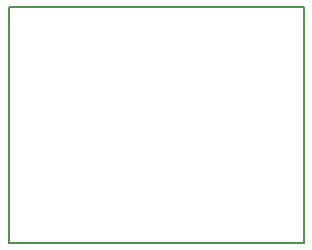
<source format=gbr>
G04 PROTEUS GERBER X2 FILE*
%TF.GenerationSoftware,Labcenter,Proteus,8.6-SP2-Build23525*%
%TF.CreationDate,2019-01-24T07:34:18+00:00*%
%TF.FileFunction,NonPlated,1,2,NPTH*%
%TF.FilePolarity,Positive*%
%TF.Part,Single*%
%FSLAX45Y45*%
%MOMM*%
G01*
%TA.AperFunction,Profile*%
%ADD15C,0.203200*%
%TD.AperFunction*%
D15*
X-1250000Y-1500000D02*
X+1250000Y-1500000D01*
X+1250000Y+500000D01*
X-1250000Y+500000D01*
X-1250000Y-1500000D01*
M02*

</source>
